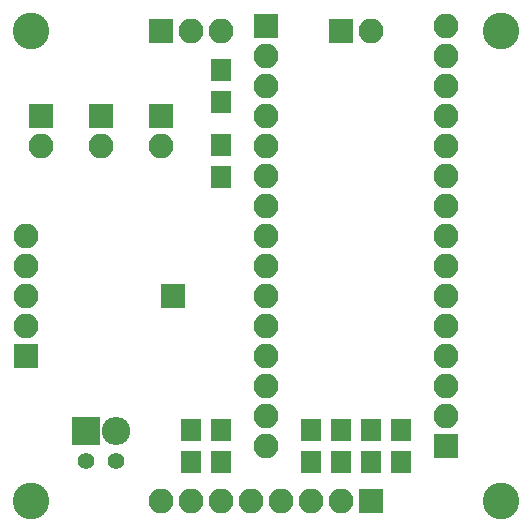
<source format=gbr>
G04 #@! TF.FileFunction,Soldermask,Top*
%FSLAX46Y46*%
G04 Gerber Fmt 4.6, Leading zero omitted, Abs format (unit mm)*
G04 Created by KiCad (PCBNEW 4.0.5) date 08/12/17 16:39:25*
%MOMM*%
%LPD*%
G01*
G04 APERTURE LIST*
%ADD10C,0.100000*%
%ADD11R,2.100000X2.100000*%
%ADD12O,2.100000X2.100000*%
%ADD13O,2.398980X2.398980*%
%ADD14R,2.398980X2.398980*%
%ADD15C,1.400000*%
%ADD16R,1.700000X1.900000*%
%ADD17C,3.100000*%
G04 APERTURE END LIST*
D10*
D11*
X120650000Y-88900000D03*
D12*
X120650000Y-91440000D03*
D13*
X116840000Y-115570000D03*
D14*
X114300000Y-115570000D03*
D15*
X114300000Y-118110000D03*
X116840000Y-118110000D03*
D11*
X144780000Y-116840000D03*
D12*
X144780000Y-114300000D03*
X144780000Y-111760000D03*
X144780000Y-109220000D03*
X144780000Y-106680000D03*
X144780000Y-104140000D03*
X144780000Y-101600000D03*
X144780000Y-99060000D03*
X144780000Y-96520000D03*
X144780000Y-93980000D03*
X144780000Y-91440000D03*
X144780000Y-88900000D03*
X144780000Y-86360000D03*
X144780000Y-83820000D03*
X144780000Y-81280000D03*
D11*
X129540000Y-81280000D03*
D12*
X129540000Y-83820000D03*
X129540000Y-86360000D03*
X129540000Y-88900000D03*
X129540000Y-91440000D03*
X129540000Y-93980000D03*
X129540000Y-96520000D03*
X129540000Y-99060000D03*
X129540000Y-101600000D03*
X129540000Y-104140000D03*
X129540000Y-106680000D03*
X129540000Y-109220000D03*
X129540000Y-111760000D03*
X129540000Y-114300000D03*
X129540000Y-116840000D03*
D11*
X138430000Y-121500000D03*
D12*
X135890000Y-121500000D03*
X133350000Y-121500000D03*
X130810000Y-121500000D03*
X128270000Y-121500000D03*
X125730000Y-121500000D03*
X123190000Y-121500000D03*
X120650000Y-121500000D03*
D11*
X115570000Y-88900000D03*
D12*
X115570000Y-91440000D03*
D11*
X109220000Y-109220000D03*
D12*
X109220000Y-106680000D03*
X109220000Y-104140000D03*
X109220000Y-101600000D03*
X109220000Y-99060000D03*
D16*
X125730000Y-94060000D03*
X125730000Y-91360000D03*
X125730000Y-87710000D03*
X125730000Y-85010000D03*
X138430000Y-118190000D03*
X138430000Y-115490000D03*
X133350000Y-118190000D03*
X133350000Y-115490000D03*
X123190000Y-118190000D03*
X123190000Y-115490000D03*
X140970000Y-118190000D03*
X140970000Y-115490000D03*
X135890000Y-118190000D03*
X135890000Y-115490000D03*
X125730000Y-118190000D03*
X125730000Y-115490000D03*
D11*
X121650000Y-104140000D03*
D17*
X109640000Y-81700000D03*
X149440000Y-81700000D03*
X149440000Y-121500000D03*
X109640000Y-121500000D03*
D11*
X135890000Y-81700000D03*
D12*
X138430000Y-81700000D03*
D11*
X120650000Y-81700000D03*
D12*
X123190000Y-81700000D03*
X125730000Y-81700000D03*
D11*
X110490000Y-88900000D03*
D12*
X110490000Y-91440000D03*
M02*

</source>
